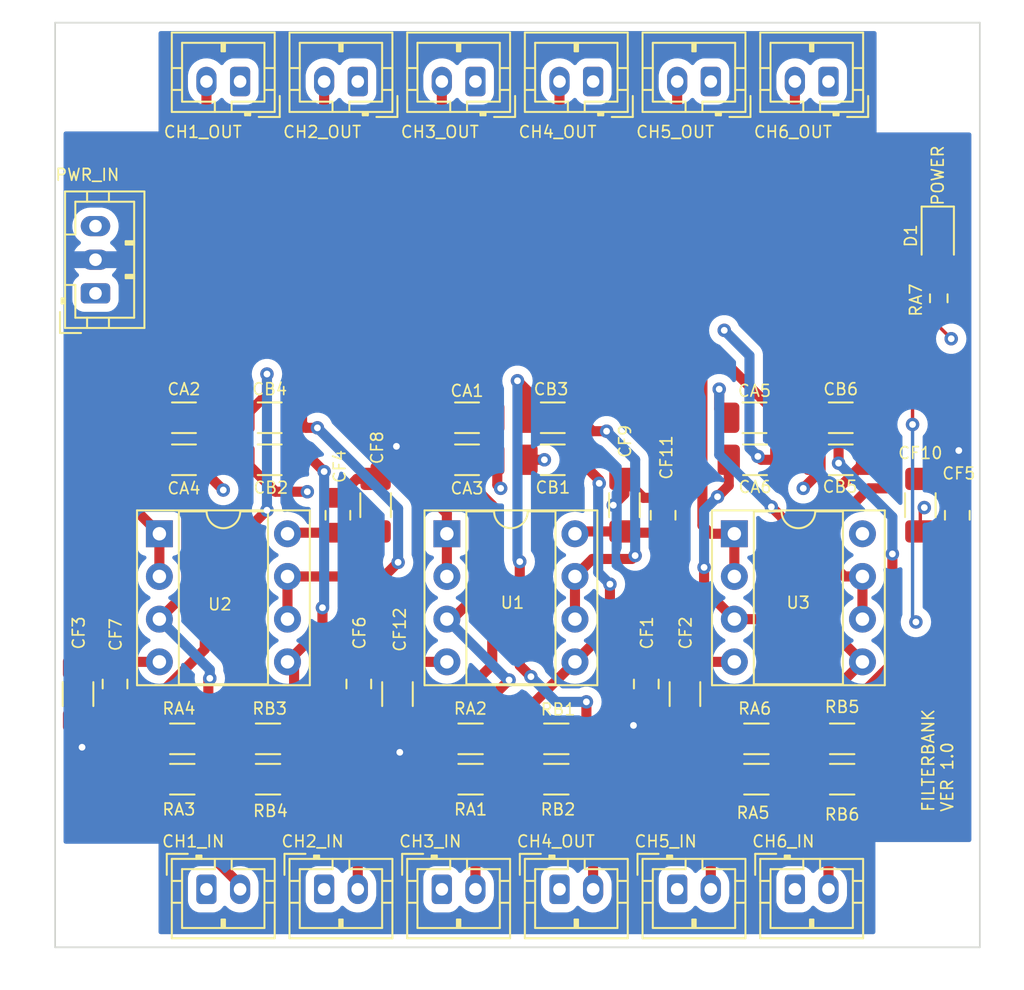
<source format=kicad_pcb>
(kicad_pcb (version 20211014) (generator pcbnew)
  (layers (0 "F.Cu" signal) (1 "In1.Cu" signal) (2 "In2.Cu" signal) (31 "B.Cu" signal) (34 "B.Paste" user) (35 "F.Paste" user) (36 "B.SilkS" user "B.Silkscreen") (37 "F.SilkS" user "F.Silkscreen") (38 "B.Mask" user) (39 "F.Mask" user) (44 "Edge.Cuts" user))
  (net 0 "")
  (net 1 "V-")
  (net 2 "V+")
  (net 3 "Net-(CA1-Pad2)")
  (net 4 "Net-(CA2-Pad2)")
  (net 5 "Net-(CB1-Pad2)")
  (net 6 "Net-(CA3-Pad2)")
  (net 7 "Net-(CA4-Pad2)")
  (net 8 "Net-(CA5-Pad2)")
  (net 9 "Net-(CA6-Pad2)")
  (net 10 "Net-(CB2-Pad2)")
  (net 11 "Net-(D1-Pad2)")
  (net 12 "Net-(CB3-Pad1)")
  (net 13 "Net-(CB4-Pad1)")
  (net 14 "Net-(CB5-Pad2)")
  (net 15 "Net-(CB6-Pad1)")
  (net 16 "PGND")
  (net 17 "CH1GND")
  (net 18 "CH2GND")
  (net 19 "CH3GND")
  (net 20 "CH4GND")
  (net 21 "CH5GND")
  (net 22 "CH6GND")
  (net 23 "CH1IN")
  (net 24 "CH2IN")
  (net 25 "CH3IN")
  (net 26 "CH4IN")
  (net 27 "CH5IN")
  (net 28 "CH6IN")
  (net 29 "CH1OUT")
  (net 30 "CH3OUT")
  (net 31 "CH5OUT")
  (net 32 "CH4OUT")
  (net 33 "CH2OUT")
  (net 34 "CH6OUT")
  (footprint "Resistor_SMD:R_1206_3216Metric_Pad1.30x1.75mm_HandSolder" (layer "F.Cu") (at 144.0625 125.6 180)
    (fp_text reference "RB4")
    (fp_text value "7.5K")
  )
  (footprint "Connector_JST:JST_PH_B3B-PH-K_1x03_P2.00mm_Vertical" (layer "F.Cu") (at 133.8 96.7 90)
    (fp_text reference "J4" hide)
    (fp_text value "Conn_01x03_Male")
  )
  (footprint "Package_DIP:DIP-8_W7.62mm_Socket" (layer "F.Cu") (at 171.8 111)
    (fp_text reference "U3")
    (fp_text value "OPA2134")
  )
  (footprint "Connector_JST:JST_PH_B2B-PH-K_1x02_P2.00mm_Vertical" (layer "F.Cu") (at 142.4 84.1 180)
    (fp_text reference "J2" hide)
    (fp_text value "Conn_01x02_Male")
  )
  (footprint "MountingHole:MountingHole_3.2mm_M3" (layer "F.Cu") (at 183.9 133.1)
    (fp_text reference "H1" hide)
    (fp_text value "MountingHole")
  )
  (footprint "Capacitor_SMD:C_1206_3216Metric_Pad1.33x1.80mm_HandSolder" (layer "F.Cu") (at 132.7625 120.5375 90)
    (fp_text reference "CF3")
    (fp_text value "10u")
  )
  (footprint "Package_DIP:DIP-8_W7.62mm_Socket" (layer "F.Cu") (at 137.6 111)
    (fp_text reference "U2")
    (fp_text value "OPA2134")
  )
  (footprint "Connector_JST:JST_PH_B2B-PH-K_1x02_P2.00mm_Vertical" (layer "F.Cu") (at 154.4 132.15)
    (fp_text reference "J9" hide)
    (fp_text value "Conn_01x02_Male")
  )
  (footprint "Capacitor_SMD:C_0805_2012Metric_Pad1.18x1.45mm_HandSolder" (layer "F.Cu") (at 185.0625 109.9 -90)
    (fp_text reference "CF5")
    (fp_text value "0.1u")
  )
  (footprint "Capacitor_SMD:C_1206_3216Metric_Pad1.33x1.80mm_HandSolder" (layer "F.Cu") (at 150.4625 109.3 -90)
    (fp_text reference "CF8")
    (fp_text value "10u")
  )
  (footprint "Connector_JST:JST_PH_B2B-PH-K_1x02_P2.00mm_Vertical" (layer "F.Cu") (at 163.4 84.1 180)
    (fp_text reference "J7" hide)
    (fp_text value "Conn_01x02_Male")
  )
  (footprint "Capacitor_SMD:C_1206_3216Metric_Pad1.33x1.80mm_HandSolder" (layer "F.Cu") (at 144.1625 104.1)
    (fp_text reference "CB4")
    (fp_text value "470P")
  )
  (footprint "Connector_JST:JST_PH_B2B-PH-K_1x02_P2.00mm_Vertical" (layer "F.Cu") (at 140.4 132.15)
    (fp_text reference "J11" hide)
    (fp_text value "Conn_01x02_Male")
  )
  (footprint "Connector_JST:JST_PH_B2B-PH-K_1x02_P2.00mm_Vertical" (layer "F.Cu") (at 161.4 132.15)
    (fp_text reference "J10" hide)
    (fp_text value "Conn_01x02_Male")
  )
  (footprint "MountingHole:MountingHole_3.2mm_M3" (layer "F.Cu") (at 133.9 133.1)
    (fp_text reference "H3" hide)
    (fp_text value "MountingHole")
  )
  (footprint "Connector_JST:JST_PH_B2B-PH-K_1x02_P2.00mm_Vertical" (layer "F.Cu") (at 170.4 84.1 180)
    (fp_text reference "J6" hide)
    (fp_text value "Conn_01x02_Male")
  )
  (footprint "Connector_JST:JST_PH_B2B-PH-K_1x02_P2.00mm_Vertical" (layer "F.Cu") (at 168.4 132.15)
    (fp_text reference "J13" hide)
    (fp_text value "Conn_01x02_Male")
  )
  (footprint "Resistor_SMD:R_1206_3216Metric_Pad1.30x1.75mm_HandSolder" (layer "F.Cu") (at 156.1125 125.6 180)
    (fp_text reference "RA1")
    (fp_text value "7.5K")
  )
  (footprint "Resistor_SMD:R_1206_3216Metric_Pad1.30x1.75mm_HandSolder" (layer "F.Cu") (at 173.1125 123.2 180)
    (fp_text reference "RA6")
    (fp_text value "130K")
  )
  (footprint "Capacitor_SMD:C_1206_3216Metric_Pad1.33x1.80mm_HandSolder" (layer "F.Cu") (at 155.9 106.6 180)
    (fp_text reference "CA3")
    (fp_text value "47P")
  )
  (footprint "Connector_JST:JST_PH_B2B-PH-K_1x02_P2.00mm_Vertical" (layer "F.Cu") (at 177.4 84.1 180)
    (fp_text reference "J5" hide)
    (fp_text value "Conn_01x02_Male")
  )
  (footprint "Capacitor_SMD:C_1206_3216Metric_Pad1.33x1.80mm_HandSolder" (layer "F.Cu") (at 168.8625 120.5375 90)
    (fp_text reference "CF2")
    (fp_text value "10u")
  )
  (footprint "MountingHole:MountingHole_3.2mm_M3" (layer "F.Cu") (at 183.9 83.1)
    (fp_text reference "H4" hide)
    (fp_text value "MountingHole")
  )
  (footprint "Capacitor_SMD:C_1206_3216Metric_Pad1.33x1.80mm_HandSolder" (layer "F.Cu") (at 173 104.1 180)
    (fp_text reference "CA5")
    (fp_text value "470P")
  )
  (footprint "Resistor_SMD:R_1206_3216Metric_Pad1.30x1.75mm_HandSolder" (layer "F.Cu") (at 161.2125 125.6 180)
    (fp_text reference "RB2")
    (fp_text value "7.5K")
  )
  (footprint "Capacitor_SMD:C_1206_3216Metric_Pad1.33x1.80mm_HandSolder" (layer "F.Cu") (at 178.13 106.6)
    (fp_text reference "CB5")
    (fp_text value "47P")
  )
  (footprint "Capacitor_SMD:C_0805_2012Metric_Pad1.18x1.45mm_HandSolder" (layer "F.Cu") (at 149.4625 119.9375 90)
    (fp_text reference "CF6")
    (fp_text value "0.1u")
  )
  (footprint "Resistor_SMD:R_1206_3216Metric_Pad1.30x1.75mm_HandSolder" (layer "F.Cu") (at 138.9625 123.2)
    (fp_text reference "RA4")
    (fp_text value "130K")
  )
  (footprint "Capacitor_SMD:C_1206_3216Metric_Pad1.33x1.80mm_HandSolder" (layer "F.Cu") (at 161 106.6)
    (fp_text reference "CB1")
    (fp_text value "47P")
  )
  (footprint "Capacitor_SMD:C_1206_3216Metric_Pad1.33x1.80mm_HandSolder" (layer "F.Cu") (at 155.9 104.1 180)
    (fp_text reference "CA1")
    (fp_text value "470P")
  )
  (footprint "Resistor_SMD:R_1206_3216Metric_Pad1.30x1.75mm_HandSolder" (layer "F.Cu") (at 178.2125 125.6 180)
    (fp_text reference "RB6")
    (fp_text value "7.5K")
  )
  (footprint "Capacitor_SMD:C_1206_3216Metric_Pad1.33x1.80mm_HandSolder" (layer "F.Cu") (at 182.8625 109.3 -90)
    (fp_text reference "CF10")
    (fp_text value "10u")
  )
  (footprint "Capacitor_SMD:C_0805_2012Metric_Pad1.18x1.45mm_HandSolder" (layer "F.Cu") (at 167.5625 109.9 -90)
    (fp_text reference "CF11")
    (fp_text value "0.1u")
  )
  (footprint "Capacitor_SMD:C_1206_3216Metric_Pad1.33x1.80mm_HandSolder" (layer "F.Cu") (at 161 104.1)
    (fp_text reference "CB3")
    (fp_text value "470P")
  )
  (footprint "Connector_JST:JST_PH_B2B-PH-K_1x02_P2.00mm_Vertical" (layer "F.Cu") (at 175.4 132.15)
    (fp_text reference "J14" hide)
    (fp_text value "Conn_01x02_Male")
  )
  (footprint "Capacitor_SMD:C_1206_3216Metric_Pad1.33x1.80mm_HandSolder" (layer "F.Cu") (at 139.0625 104.1 180)
    (fp_text reference "CA2")
    (fp_text value "470P")
  )
  (footprint "MountingHole:MountingHole_3.2mm_M3" (layer "F.Cu") (at 133.9 83.1)
    (fp_text reference "H2" hide)
    (fp_text value "MountingHole")
  )
  (footprint "Resistor_SMD:R_1206_3216Metric_Pad1.30x1.75mm_HandSolder" (layer "F.Cu") (at 138.9625 125.6 180)
    (fp_text reference "RA3")
    (fp_text value "7.5K")
  )
  (footprint "Capacitor_SMD:C_1206_3216Metric_Pad1.33x1.80mm_HandSolder" (layer "F.Cu") (at 165.2625 109.3 -90)
    (fp_text reference "CF9")
    (fp_text value "10u")
  )
  (footprint "Resistor_SMD:R_1206_3216Metric_Pad1.30x1.75mm_HandSolder" (layer "F.Cu") (at 156.1125 123.2)
    (fp_text reference "RA2")
    (fp_text value "130K")
  )
  (footprint "Connector_JST:JST_PH_B2B-PH-K_1x02_P2.00mm_Vertical" (layer "F.Cu") (at 156.4 84.1 180)
    (fp_text reference "J8" hide)
    (fp_text value "Conn_01x02_Male")
  )
  (footprint "Resistor_SMD:R_1206_3216Metric_Pad1.30x1.75mm_HandSolder" (layer "F.Cu") (at 161.2125 123.2)
    (fp_text reference "RB1")
    (fp_text value "130K")
  )
  (footprint "Capacitor_SMD:C_1206_3216Metric_Pad1.33x1.80mm_HandSolder" (layer "F.Cu") (at 173.03 106.6 180)
    (fp_text reference "CA6")
    (fp_text value "47P")
  )
  (footprint "Capacitor_SMD:C_0805_2012Metric_Pad1.18x1.45mm_HandSolder" (layer "F.Cu") (at 166.5625 119.9375 90)
    (fp_text reference "CF1")
    (fp_text value "0.1u")
  )
  (footprint "Capacitor_SMD:C_0805_2012Metric_Pad1.18x1.45mm_HandSolder" (layer "F.Cu") (at 148.219156 109.9 -90)
    (fp_text reference "CF4")
    (fp_text value "0.1u")
  )
  (footprint "Capacitor_SMD:C_1206_3216Metric_Pad1.33x1.80mm_HandSolder" (layer "F.Cu") (at 139.0625 106.6 180)
    (fp_text reference "CA4")
    (fp_text value "47P")
  )
  (footprint "Connector_JST:JST_PH_B2B-PH-K_1x02_P2.00mm_Vertical" (layer "F.Cu") (at 147.4 132.15)
    (fp_text reference "J12" hide)
    (fp_text value "Conn_01x02_Male")
  )
  (footprint "Capacitor_SMD:C_1206_3216Metric_Pad1.33x1.80mm_HandSolder" (layer "F.Cu") (at 144.1625 106.6)
    (fp_text reference "CB2")
    (fp_text value "47P")
  )
  (footprint "LED_SMD:LED_0805_2012Metric_Pad1.15x1.40mm_HandSolder" (layer "F.Cu") (at 183.9 93.4 -90)
    (fp_text reference "D1")
    (fp_text value "YELLOW")
  )
  (footprint "Capacitor_SMD:C_1206_3216Metric_Pad1.33x1.80mm_HandSolder" (layer "F.Cu") (at 178.13 104.1)
    (fp_text reference "CB6")
    (fp_text value "470P")
  )
  (footprint "Connector_JST:JST_PH_B2B-PH-K_1x02_P2.00mm_Vertical" (layer "F.Cu") (at 149.4 84.1 180)
    (fp_text reference "J3" hide)
    (fp_text value "Conn_01x02_Male")
  )
  (footprint "Capacitor_SMD:C_0805_2012Metric_Pad1.18x1.45mm_HandSolder" (layer "F.Cu") (at 134.9625 119.9375 90)
    (fp_text reference "CF7")
    (fp_text value "0.1u")
  )
  (footprint "Resistor_SMD:R_1206_3216Metric_Pad1.30x1.75mm_HandSolder" (layer "F.Cu") (at 178.2125 123.2)
    (fp_text reference "RB5")
    (fp_text value "130K")
  )
  (footprint "Capacitor_SMD:C_1206_3216Metric_Pad1.33x1.80mm_HandSolder" (layer "F.Cu") (at 151.7625 120.5375 90)
    (fp_text reference "CF12")
    (fp_text value "10u")
  )
  (footprint "Resistor_SMD:R_1206_3216Metric_Pad1.30x1.75mm_HandSolder" (layer "F.Cu") (at 173.1125 125.6 180)
    (fp_text reference "RA5")
    (fp_text value "7.5K")
  )
  (footprint "Resistor_SMD:R_0603_1608Metric" (layer "F.Cu") (at 183.96 96.995 -90)
    (fp_text reference "RA7")
    (fp_text value "7.5K")
  )
  (footprint "Resistor_SMD:R_1206_3216Metric_Pad1.30x1.75mm_HandSolder" (layer "F.Cu") (at 144.0625 123.2 180)
    (fp_text reference "RB3")
    (fp_text value "130K")
  )
  (footprint "Package_DIP:DIP-8_W7.62mm_Socket" (layer "F.Cu") (at 154.7 111)
    (fp_text reference "U1")
    (fp_text value "OPA2134")
  )
  (gr_line (start 186.4 135.6) (end 186.4 80.6) (layer "Edge.Cuts") (width 0.1))
  (gr_line (start 186.4 80.6) (end 131.4 80.6) (layer "Edge.Cuts") (width 0.1))
  (gr_line (start 131.4 80.6) (end 131.4 135.6) (layer "Edge.Cuts") (width 0.1))
  (gr_line (start 131.4 135.6) (end 186.4 135.6) (layer "Edge.Cuts") (width 0.1))
  (gr_text "CH1_IN\n" (at 137.7 129.3) (layer "F.SilkS") (effects (font (size 0.7 0.7) (thickness 0.1)) (justify left)))
  (gr_text "CH1_OUT\n" (at 137.8 87.1) (layer "F.SilkS") (effects (font (size 0.7 0.7) (thickness 0.1)) (justify left)))
  (gr_text "CH3_OUT\n" (at 151.9 87.1) (layer "F.SilkS") (effects (font (size 0.7 0.7) (thickness 0.1)) (justify left)))
  (gr_text "CH5_OUT\n" (at 165.9 87.1) (layer "F.SilkS") (effects (font (size 0.7 0.7) (thickness 0.1)) (justify left)))
  (gr_text "CH2_IN\n" (at 144.8 129.3) (layer "F.SilkS") (effects (font (size 0.7 0.7) (thickness 0.1)) (justify left)))
  (gr_text "FILTERBANK\nVER 1.0" (at 183.9 127.6 90) (layer "F.SilkS") (effects (font (size 0.7 0.7) (thickness 0.1)) (justify left)))
  (gr_text "CH3_IN\n" (at 151.8 129.3) (layer "F.SilkS") (effects (font (size 0.7 0.7) (thickness 0.1)) (justify left)))
  (gr_text "CH4_OUT\n" (at 158.8 129.3) (layer "F.SilkS") (effects (font (size 0.7 0.7) (thickness 0.1)) (justify left)))
  (gr_text "CH6_OUT\n" (at 172.9 87.1) (layer "F.SilkS") (effects (font (size 0.7 0.7) (thickness 0.1)) (justify left)))
  (gr_text "CH6_IN\n" (at 172.8 129.3) (layer "F.SilkS") (effects (font (size 0.7 0.7) (thickness 0.1)) (justify left)))
  (gr_text "CH5_IN\n" (at 165.8 129.3) (layer "F.SilkS") (effects (font (size 0.7 0.7) (thickness 0.1)) (justify left)))
  (gr_text "CH4_OUT\n" (at 158.9 87.1) (layer "F.SilkS") (effects (font (size 0.7 0.7) (thickness 0.1)) (justify left)))
  (gr_text "POWER" (at 183.9 91.54 90) (layer "F.SilkS") (effects (font (size 0.7 0.7) (thickness 0.1)) (justify left)))
  (gr_text "PWR_IN" (at 131.35 89.65) (layer "F.SilkS") (effects (font (size 0.7 0.7) (thickness 0.1)) (justify left)))
  (gr_text "CH2_OUT\n" (at 144.9 87.1) (layer "F.SilkS") (effects (font (size 0.7 0.7) (thickness 0.1)) (justify left)))
  (segment (start 183.9 92.375) (end 183.9 92.7) (width 0.2) (layer "F.Cu") (net 1))
  (segment (start 137.6 118.62) (end 135.2425 118.62) (width 0.6) (layer "F.Cu") (net 1))
  (segment (start 171.8 118.62) (end 169.2175 118.62) (width 0.6) (layer "F.Cu") (net 1))
  (segment (start 183.9 92.7) (end 182.4 94.2) (width 0.2) (layer "F.Cu") (net 1))
  (segment (start 168.8625 118.975) (end 166.6375 118.975) (width 0.6) (layer "F.Cu") (net 1))
  (segment (start 154.7 118.62) (end 152.1175 118.62) (width 0.6) (layer "F.Cu") (net 1))
  (segment (start 134.9625 118.9) (end 132.8375 118.9) (width 0.6) (layer "F.Cu") (net 1))
  (segment (start 182.4 94.2) (end 182.4 104.5) (width 0.2) (layer "F.Cu") (net 1))
  (segment (start 151.7625 118.975) (end 149.5375 118.975) (width 0.6) (layer "F.Cu") (net 1))
  (via (at 182.4 104.5) (size 0.8) (drill 0.4) (layers "F.Cu" "B.Cu") (net 1))
  (via (at 182.6 116.25) (size 0.8) (drill 0.4) (layers "F.Cu" "B.Cu") (net 1))
  (segment (start 182.4 116.05) (end 182.6 116.25) (width 0.2) (layer "B.Cu") (net 1))
  (segment (start 182.4 104.5) (end 182.4 116.05) (width 0.2) (layer "B.Cu") (net 1))
  (segment (start 167.5625 110.9375) (end 165.3375 110.9375) (width 0.6) (layer "F.Cu") (net 2))
  (segment (start 183.96 98.66) (end 184.7 99.4) (width 0.2) (layer "F.Cu") (net 2))
  (segment (start 185.0625 110.9375) (end 182.9375 110.9375) (width 0.2) (layer "F.Cu") (net 2))
  (segment (start 150.4625 110.8625) (end 148.294156 110.8625) (width 0.6) (layer "F.Cu") (net 2))
  (segment (start 165.2625 110.8625) (end 162.4575 110.8625) (width 0.6) (layer "F.Cu") (net 2))
  (segment (start 182.8625 110.8625) (end 182.8625 109.679393) (width 0.2) (layer "F.Cu") (net 2))
  (segment (start 183.96 97.82) (end 183.96 98.66) (width 0.2) (layer "F.Cu") (net 2))
  (segment (start 182.8625 109.679393) (end 183.0995 109.442393) (width 0.2) (layer "F.Cu") (net 2))
  (segment (start 148.219156 110.9375) (end 145.2825 110.9375) (width 0.6) (layer "F.Cu") (net 2))
  (via (at 184.7 99.4) (size 0.8) (drill 0.4) (layers "F.Cu" "B.Cu") (net 2))
  (via (at 183.0995 109.442393) (size 0.8) (drill 0.4) (layers "F.Cu" "B.Cu") (net 2))
  (segment (start 154.5625 121.6375) (end 157.4 118.8) (width 0.6) (layer "F.Cu") (net 3))
  (segment (start 157.4 118.8) (end 157.4 109.3) (width 0.6) (layer "F.Cu") (net 3))
  (segment (start 154.5625 123.2) (end 154.5625 121.6375) (width 0.6) (layer "F.Cu") (net 3))
  (segment (start 154.5625 125.6) (end 154.5625 123.2) (width 0.6) (layer "F.Cu") (net 3))
  (segment (start 157.4 109.3) (end 155.7 107.6) (width 0.6) (layer "F.Cu") (net 3))
  (segment (start 155.7 107.6) (end 155.7 105.4625) (width 0.6) (layer "F.Cu") (net 3))
  (segment (start 155.7 105.4625) (end 154.3375 104.1) (width 0.6) (layer "F.Cu") (net 3))
  (segment (start 137.4125 120.756834) (end 140.3 117.869334) (width 0.6) (layer "F.Cu") (net 4))
  (segment (start 139.1 104.6) (end 138.6 104.1) (width 0.6) (layer "F.Cu") (net 4))
  (segment (start 137.4125 123.2) (end 137.4125 120.756834) (width 0.6) (layer "F.Cu") (net 4))
  (segment (start 139.1 107.9) (end 139.1 104.6) (width 0.6) (layer "F.Cu") (net 4))
  (segment (start 138.6 104.1) (end 137.5 104.1) (width 0.6) (layer "F.Cu") (net 4))
  (segment (start 140.3 117.869334) (end 140.3 109.1) (width 0.6) (layer "F.Cu") (net 4))
  (segment (start 140.3 109.1) (end 139.1 107.9) (width 0.6) (layer "F.Cu") (net 4))
  (segment (start 137.4125 125.6) (end 137.4125 123.2) (width 0.6) (layer "F.Cu") (net 4))
  (segment (start 159.6625 121.2775) (end 162.32 118.62) (width 0.6) (layer "F.Cu") (net 5))
  (segment (start 163.763 107.8005) (end 162.5625 106.6) (width 0.6) (layer "F.Cu") (net 5))
  (segment (start 164.34 116.6) (end 164.4 116.6) (width 0.6) (layer "F.Cu") (net 5))
  (segment (start 163.763 108) (end 163.763 107.8005) (width 0.6) (layer "F.Cu") (net 5))
  (segment (start 159.6625 123.2) (end 159.6625 121.2775) (width 0.6) (layer "F.Cu") (net 5))
  (segment (start 164.4 116.6) (end 164.4 114) (width 0.6) (layer "F.Cu") (net 5))
  (segment (start 162.32 118.62) (end 164.34 116.6) (width 0.6) (layer "F.Cu") (net 5))
  (via (at 164.4 114) (size 0.8) (drill 0.4) (layers "F.Cu" "B.Cu") (net 5))
  (via (at 163.763 108) (size 0.8) (drill 0.4) (layers "F.Cu" "B.Cu") (net 5))
  (segment (start 163.7005 113.3005) (end 163.7005 108.0625) (width 0.6) (layer "B.Cu") (net 5))
  (segment (start 164.4 114) (end 163.7005 113.3005) (width 0.6) (layer "B.Cu") (net 5))
  (segment (start 163.7005 108.0625) (end 163.763 108) (width 0.6) (layer "B.Cu") (net 5))
  (segment (start 157.6625 120.4375) (end 158.4 119.7) (width 0.6) (layer "F.Cu") (net 6))
  (segment (start 154.3375 107.7375) (end 154.3375 106.6) (width 0.6) (layer "F.Cu") (net 6))
  (segment (start 156.3 109.7) (end 154.3375 107.7375) (width 0.6) (layer "F.Cu") (net 6))
  (segment (start 156.3 114.8) (end 156.3 109.7) (width 0.6) (layer "F.Cu") (net 6))
  (segment (start 155.02 116.08) (end 156.3 114.8) (width 0.6) (layer "F.Cu") (net 6))
  (segment (start 154.7 116.08) (end 155.02 116.08) (width 0.6) (layer "F.Cu") (net 6))
  (segment (start 157.6625 123.2) (end 157.6625 120.4375) (width 0.6) (layer "F.Cu") (net 6))
  (via (at 158.4 119.7) (size 0.8) (drill 0.4) (layers "F.Cu" "B.Cu") (net 6))
  (segment (start 158.32 119.7) (end 158.4 119.7) (width 0.6) (layer "B.Cu") (net 6))
  (segment (start 154.7 116.08) (end 158.32 119.7) (width 0.6) (layer "B.Cu") (net 6))
  (segment (start 137.8 108.7) (end 137.5 108.4) (width 0.6) (layer "F.Cu") (net 7))
  (segment (start 137.6 116.08) (end 139.2 114.48) (width 0.6) (layer "F.Cu") (net 7))
  (segment (start 139.2 109.5) (end 138.4 108.7) (width 0.6) (layer "F.Cu") (net 7))
  (segment (start 137.5 108.4) (end 137.5 106.6) (width 0.6) (layer "F.Cu") (net 7))
  (segment (start 140.5125 123.2) (end 140.5125 119.6875) (width 0.6) (layer "F.Cu") (net 7))
  (segment (start 138.4 108.7) (end 137.8 108.7) (width 0.6) (layer "F.Cu") (net 7))
  (segment (start 139.2 114.48) (end 139.2 109.5) (width 0.6) (layer "F.Cu") (net 7))
  (segment (start 140.5125 119.6875) (end 140.6 119.6) (width 0.6) (layer "F.Cu") (net 7))
  (via (at 140.6 119.6) (size 0.8) (drill 0.4) (layers "F.Cu" "B.Cu") (net 7))
  (segment (start 137.6 116.08) (end 140.6 119.08) (width 0.6) (layer "B.Cu") (net 7))
  (segment (start 140.6 119.08) (end 140.6 119.6) (width 0.6) (layer "B.Cu") (net 7))
  (segment (start 171.5625 125.6) (end 172.2625 125.6) (width 0.6) (layer "F.Cu") (net 8))
  (segment (start 174.6625 110.0625) (end 174 109.4) (width 0.6) (layer "F.Cu") (net 8))
  (segment (start 174.6625 123.2) (end 174.6625 110.0625) (width 0.6) (layer "F.Cu") (net 8))
  (segment (start 170.9 102.4) (end 170.9 103.5625) (width 0.6) (layer "F.Cu") (net 8))
  (segment (start 172.2625 125.6) (end 174.6625 123.2) (width 0.6) (layer "F.Cu") (net 8))
  (segment (start 170.9 103.5625) (end 171.4375 104.1) (width 0.6) (layer "F.Cu") (net 8))
  (via (at 170.9 102.4) (size 0.8) (drill 0.4) (layers "F.Cu" "B.Cu") (net 8))
  (via (at 174 109.4) (size 0.8) (drill 0.4) (layers "F.Cu" "B.Cu") (net 8))
  (segment (start 174 109.4) (end 170.9 106.3) (width 0.6) (layer "B.Cu") (net 8))
  (segment (start 170.9 106.3) (end 170.9 102.4) (width 0.6) (layer "B.Cu") (net 8))
  (segment (start 171.4675 108.1325) (end 170.8 108.8) (width 0.6) (layer "F.Cu") (net 9))
  (segment (start 171.5625 122.9375) (end 173.7 120.8) (width 0.6) (layer "F.Cu") (net 9))
  (segment (start 170 113) (end 170 114.28) (width 0.6) (layer "F.Cu") (net 9))
  (segment (start 173.18 116.08) (end 171.8 116.08) (width 0.6) (layer "F.Cu") (net 9))
  (segment (start 170 114.28) (end 171.8 116.08) (width 0.6) (layer "F.Cu") (net 9))
  (segment (start 173.7 116.6) (end 173.18 116.08) (width 0.6) (layer "F.Cu") (net 9))
  (segment (start 173.7 120.8) (end 173.7 116.6) (width 0.6) (layer "F.Cu") (net 9))
  (segment (start 171.4675 106.6) (end 171.4675 108.1325) (width 0.6) (layer "F.Cu") (net 9))
  (via (at 170.8 108.8) (size 0.8) (drill 0.4) (layers "F.Cu" "B.Cu") (net 9))
  (via (at 170 113) (size 0.8) (drill 0.4) (layers "F.Cu" "B.Cu") (net 9))
  (segment (start 170.8 108.8) (end 170 109.6) (width 0.6) (layer "B.Cu") (net 9))
  (segment (start 170 109.6) (end 170 113) (width 0.6) (layer "B.Cu") (net 9))
  (segment (start 147.3 116.54) (end 145.22 118.62) (width 0.6) (layer "F.Cu") (net 10))
  (segment (start 145.6125 123.2) (end 145.6125 119.0125) (width 0.6) (layer "F.Cu") (net 10))
  (segment (start 145.725 106.6) (end 146.7 106.6) (width 0.6) (layer "F.Cu") (net 10))
  (segment (start 147.3 115.4) (end 147.3 116.54) (width 0.6) (layer "F.Cu") (net 10))
  (segment (start 145.6125 119.0125) (end 145.22 118.62) (width 0.6) (layer "F.Cu") (net 10))
  (segment (start 146.7 106.6) (end 147.4 107.3) (width 0.6) (layer "F.Cu") (net 10))
  (via (at 147.3 115.4) (size 0.8) (drill 0.4) (layers "F.Cu" "B.Cu") (net 10))
  (via (at 147.4 107.3) (size 0.8) (drill 0.4) (layers "F.Cu" "B.Cu") (net 10))
  (segment (start 147.4 115.3) (end 147.3 115.4) (width 0.6) (layer "B.Cu") (net 10))
  (segment (start 147.4 107.3) (end 147.4 115.3) (width 0.6) (layer "B.Cu") (net 10))
  (segment (start 183.9 94.6875) (end 183.9 96.11) (width 0.25) (layer "F.Cu") (net 11))
  (segment (start 159.4375 104.1) (end 159.4375 102.4375) (width 0.6) (layer "F.Cu") (net 12))
  (segment (start 159.036536 118.836536) (end 159.036536 112.658004) (width 0.6) (layer "F.Cu") (net 12))
  (segment (start 163 121) (end 163 122.9625) (width 0.6) (layer "F.Cu") (net 12))
  (segment (start 162.7625 125.6) (end 162.7625 123.2) (width 0.6) (layer "F.Cu") (net 12))
  (segment (start 159.7 119.5) (end 159.036536 118.836536) (width 0.6) (layer "F.Cu") (net 12))
  (segment (start 159.4375 102.4375) (end 158.9 101.9) (width 0.6) (layer "F.Cu") (net 12))
  (via (at 159.036536 112.658004) (size 0.8) (drill 0.4) (layers "F.Cu" "B.Cu") (net 12))
  (via (at 158.9 101.9) (size 0.8) (drill 0.4) (layers "F.Cu" "B.Cu") (net 12))
  (via (at 163 121) (size 0.8) (drill 0.4) (layers "F.Cu" "B.Cu") (net 12))
  (via (at 159.7 119.5) (size 0.8) (drill 0.4) (layers "F.Cu" "B.Cu") (net 12))
  (segment (start 159.7 119.5) (end 161.2 121) (width 0.6) (layer "B.Cu") (net 12))
  (segment (start 158.9 112.521468) (end 159.036536 112.658004) (width 0.6) (layer "B.Cu") (net 12))
  (segment (start 161.2 121) (end 163 121) (width 0.6) (layer "B.Cu") (net 12))
  (segment (start 158.9 101.9) (end 158.9 112.521468) (width 0.6) (layer "B.Cu") (net 12))
  (segment (start 142.5125 111.0875) (end 144 109.6) (width 0.6) (layer "F.Cu") (net 13))
  (segment (start 144 102.7) (end 142.6 104.1) (width 0.6) (layer "F.Cu") (net 13))
  (segment (start 142.5125 123.2) (end 143.2125 123.2) (width 0.6) (layer "F.Cu") (net 13))
  (segment (start 143.2125 123.2) (end 145.6125 125.6) (width 0.6) (layer "F.Cu") (net 13))
  (segment (start 144 101.5) (end 144 102.7) (width 0.6) (layer "F.Cu") (net 13))
  (segment (start 142.5125 123.2) (end 142.5125 111.0875) (width 0.6) (layer "F.Cu") (net 13))
  (via (at 144 101.5) (size 0.8) (drill 0.4) (layers "F.Cu" "B.Cu") (net 13))
  (via (at 144 109.6) (size 0.8) (drill 0.4) (layers "F.Cu" "B.Cu") (net 13))
  (segment (start 144 109.6) (end 144 101.5) (width 0.6) (layer "B.Cu") (net 13))
  (segment (start 179.42 118.62) (end 176.900499 116.100499) (width 0.6) (layer "F.Cu") (net 14))
  (segment (start 176.6625 123.2) (end 176.6625 121.3775) (width 0.6) (layer "F.Cu") (net 14))
  (segment (start 176.900499 109.392001) (end 179.6925 106.6) (width 0.6) (layer "F.Cu") (net 14))
  (segment (start 176.6625 121.3775) (end 179.42 118.62) (width 0.6) (layer "F.Cu") (net 14))
  (segment (start 176.900499 116.100499) (end 176.900499 109.392001) (width 0.6) (layer "F.Cu") (net 14))
  (segment (start 179.7625 120.1375) (end 181.2 118.7) (width 0.6) (layer "F.Cu") (net 15))
  (segment (start 178 105.5325) (end 176.5675 104.1) (width 0.6) (layer "F.Cu") (net 15))
  (segment (start 179.7625 123.2) (end 179.7625 120.1375) (width 0.6) (layer "F.Cu") (net 15))
  (segment (start 181.2 118.7) (end 181.2 112.2) (width 0.6) (layer "F.Cu") (net 15))
  (segment (start 179.7625 125.6) (end 179.7625 123.2) (width 0.6) (layer "F.Cu") (net 15))
  (segment (start 178 106.8) (end 178 105.5325) (width 0.6) (layer "F.Cu") (net 15))
  (via (at 178 106.8) (size 0.8) (drill 0.4) (layers "F.Cu" "B.Cu") (net 15))
  (via (at 181.2 112.2) (size 0.8) (drill 0.4) (layers "F.Cu" "B.Cu") (net 15))
  (segment (start 181.2 110) (end 178 106.8) (width 0.6) (layer "B.Cu") (net 15))
  (segment (start 181.2 112.2) (end 181.2 110) (width 0.6) (layer "B.Cu") (net 15))
  (segment (start 151.7625 123.8625) (end 151.9 124) (width 0.6) (layer "F.Cu") (net 16))
  (segment (start 132.7625 122.1) (end 133.8375 122.1) (width 0.6) (layer "F.Cu") (net 16))
  (segment (start 183.9375 107.7375) (end 185.0625 108.8625) (width 0.6) (layer "F.Cu") (net 16))
  (segment (start 149.344156 107.7375) (end 148.219156 108.8625) (width 0.6) (layer "F.Cu") (net 16))
  (segment (start 166.3875 108.8625) (end 165.2625 107.7375) (width 0.6) (layer "F.Cu") (net 16))
  (segment (start 165.2625 107.7375) (end 165.2625 108.6375) (width 0.6) (layer "F.Cu") (net 16))
  (segment (start 133.8375 122.1) (end 134.9625 120.975) (width 0.6) (layer "F.Cu") (net 16))
  (segment (start 166.5625 121.6375) (end 165.8 122.4) (width 0.6) (layer "F.Cu") (net 16))
  (segment (start 185.0625 106.1375) (end 185.15 106.05) (width 0.6) (layer "F.Cu") (net 16))
  (segment (start 182.8625 107.7375) (end 183.9375 107.7375) (width 0.6) (layer "F.Cu") (net 16))
  (segment (start 132.7625 122.1) (end 132.7625 123.4625) (width 0.6) (layer "F.Cu") (net 16))
  (segment (start 132.7625 123.4625) (end 133 123.7) (width 0.6) (layer "F.Cu") (net 16))
  (segment (start 167.5625 108.8625) (end 166.3875 108.8625) (width 0.6) (layer "F.Cu") (net 16))
  (segment (start 166.5625 120.975) (end 166.5625 121.6375) (width 0.6) (layer "F.Cu") (net 16))
  (segment (start 150.4625 107.0375) (end 151.7 105.8) (width 0.6) (layer "F.Cu") (net 16))
  (segment (start 150.4625 107.7375) (end 149.344156 107.7375) (width 0.6) (layer "F.Cu") (net 16))
  (segment (start 167.7375 120.975) (end 168.8625 122.1) (width 0.6) (layer "F.Cu") (net 16))
  (segment (start 151.7625 122.1) (end 151.7625 123.8625) (width 0.6) (layer "F.Cu") (net 16))
  (segment (start 150.4625 107.7375) (end 150.4625 107.0375) (width 0.6) (layer "F.Cu") (net 16))
  (segment (start 166.5625 120.975) (end 167.7375 120.975) (width 0.6) (layer "F.Cu") (net 16))
  (segment (start 149.4625 120.975) (end 150.6375 120.975) (width 0.6) (layer "F.Cu") (net 16))
  (segment (start 150.6375 120.975) (end 151.7625 122.1) (width 0.6) (layer "F.Cu") (net 16))
  (segment (start 185.0625 108.8625) (end 185.0625 106.1375) (width 0.6) (layer "F.Cu") (net 16))
  (segment (start 165.2625 108.6375) (end 164.6 109.3) (width 0.6) (layer "F.Cu") (net 16))
  (via (at 151.9 124) (size 0.8) (drill 0.4) (layers "F.Cu" "B.Cu") (net 16))
  (via (at 164.6 109.3) (size 0.8) (drill 0.4) (layers "F.Cu" "B.Cu") (net 16))
  (via (at 151.7 105.8) (size 0.8) (drill 0.4) (layers "F.Cu" "B.Cu") (net 16))
  (via (at 185.15 106.05) (size 0.8) (drill 0.4) (layers "F.Cu" "B.Cu") (net 16))
  (via (at 133 123.7) (size 0.8) (drill 0.4) (layers "F.Cu" "B.Cu") (net 16))
  (via (at 165.8 122.4) (size 0.8) (drill 0.4) (layers "F.Cu" "B.Cu") (net 16))
  (segment (start 140.625 107.625) (end 141.4 108.4) (width 0.6) (layer "F.Cu") (net 17))
  (segment (start 140.625 106.6) (end 140.625 107.625) (width 0.6) (layer "F.Cu") (net 17))
  (via (at 141.4 108.4) (size 0.8) (drill 0.4) (layers "F.Cu" "B.Cu") (net 17))
  (segment (start 145.4 108.5) (end 146.4 108.5) (width 0.6) (layer "F.Cu") (net 18))
  (segment (start 144.5 108.5) (end 145.4 108.5) (width 0.6) (layer "F.Cu") (net 18))
  (segment (start 142.6 106.6) (end 144.5 108.5) (width 0.6) (layer "F.Cu") (net 18))
  (via (at 146.4 108.5) (size 0.8) (drill 0.4) (layers "F.Cu" "B.Cu") (net 18))
  (segment (start 157.7 106.8375) (end 157.7 108.1) (width 0.6) (layer "F.Cu") (net 19))
  (segment (start 157.7 108.1) (end 157.9 108.3) (width 0.6) (layer "F.Cu") (net 19))
  (via (at 157.9 108.3) (size 0.8) (drill 0.4) (layers "F.Cu" "B.Cu") (net 19))
  (segment (start 159.4375 106.6) (end 160.5005 106.6) (width 0.6) (layer "F.Cu") (net 20))
  (via (at 160.5005 106.6) (size 0.8) (drill 0.4) (layers "F.Cu" "B.Cu") (net 20))
  (segment (start 173.4 106.6) (end 173.2 106.4) (width 0.6) (layer "F.Cu") (net 21))
  (segment (start 174.5925 106.6) (end 173.4 106.6) (width 0.6) (layer "F.Cu") (net 21))
  (via (at 171.2 98.9) (size 0.8) (drill 0.4) (layers "F.Cu" "B.Cu") (net 21))
  (via (at 173.2 106.4) (size 0.8) (drill 0.4) (layers "F.Cu" "B.Cu") (net 21))
  (segment (start 173.2 106.4) (end 172.7 105.9) (width 0.6) (layer "B.Cu") (net 21))
  (segment (start 172.7 105.9) (end 172.7 100.4) (width 0.6) (layer "B.Cu") (net 21))
  (segment (start 172.7 100.4) (end 171.2 98.9) (width 0.6) (layer "B.Cu") (net 21))
  (segment (start 176.5675 107.6325) (end 175.9 108.3) (width 0.6) (layer "F.Cu") (net 22))
  (segment (start 176.5675 106.6) (end 176.5675 107.6325) (width 0.6) (layer "F.Cu") (net 22))
  (via (at 175.9 108.3) (size 0.8) (drill 0.4) (layers "F.Cu" "B.Cu") (net 22))
  (segment (start 142.4 131.875) (end 140.5125 129.9875) (width 0.6) (layer "F.Cu") (net 23))
  (segment (start 140.5125 129.9875) (end 140.5125 125.6) (width 0.6) (layer "F.Cu") (net 23))
  (segment (start 142.5125 125.6) (end 142.5125 126.9125) (width 0.6) (layer "F.Cu") (net 24))
  (segment (start 142.5125 126.9125) (end 143.7 128.1) (width 0.6) (layer "F.Cu") (net 24))
  (segment (start 147.3 128.1) (end 149.4 130.2) (width 0.6) (layer "F.Cu") (net 24))
  (segment (start 149.4 130.2) (end 149.4 132.15) (width 0.6) (layer "F.Cu") (net 24))
  (segment (start 143.7 128.1) (end 147.3 128.1) (width 0.6) (layer "F.Cu") (net 24))
  (segment (start 157.6625 125.6) (end 156.4 126.8625) (width 0.6) (layer "F.Cu") (net 25))
  (segment (start 156.4 126.8625) (end 156.4 132.15) (width 0.6) (layer "F.Cu") (net 25))
  (segment (start 163.4 129.2) (end 163.4 132.15) (width 0.6) (layer "F.Cu") (net 26))
  (segment (start 159.8 125.6) (end 163.4 129.2) (width 0.6) (layer "F.Cu") (net 26))
  (segment (start 170.4 129.6) (end 172.3 127.7) (width 0.6) (layer "F.Cu") (net 27))
  (segment (start 170.4 132.15) (end 170.4 129.6) (width 0.6) (layer "F.Cu") (net 27))
  (segment (start 172.3 127.7) (end 173.8 127.7) (width 0.6) (layer "F.Cu") (net 27))
  (segment (start 173.8 127.7) (end 174.6625 126.8375) (width 0.6) (layer "F.Cu") (net 27))
  (segment (start 174.6625 126.8375) (end 174.6625 125.6) (width 0.6) (layer "F.Cu") (net 27))
  (segment (start 176.6625 129.3625) (end 177.4 130.1) (width 0.6) (layer "F.Cu") (net 28))
  (segment (start 177.4 130.1) (end 177.4 132.15) (width 0.6) (layer "F.Cu") (net 28))
  (segment (start 176.6625 125.6) (end 176.6625 129.3625) (width 0.6) (layer "F.Cu") (net 28))
  (segment (start 140.4 100) (end 140.4 103.875) (width 0.6) (layer "F.Cu") (net 29))
  (segment (start 137.6 100) (end 140.4 100) (width 0.6) (layer "F.Cu") (net 29))
  (segment (start 140.4 84.1) (end 140.4 100) (width 0.6) (layer "F.Cu") (net 29))
  (segment (start 137.6 111) (end 135.5 108.9) (width 0.6) (layer "F.Cu") (net 29))
  (segment (start 135.5 102.1) (end 137.6 100) (width 0.6) (layer "F.Cu") (net 29))
  (segment (start 137.6 111) (end 137.6 113.54) (width 0.6) (layer "F.Cu") (net 29))
  (segment (start 135.5 108.9) (end 135.5 102.1) (width 0.6) (layer "F.Cu") (net 29))
  (segment (start 154.7 111) (end 154.7 113.54) (width 0.6) (layer "F.Cu") (net 30))
  (segment (start 152.9 102.5375) (end 154.4 101.0375) (width 0.6) (layer "F.Cu") (net 30))
  (segment (start 154.4 101.0375) (end 157.4625 104.1) (width 0.6) (layer "F.Cu") (net 30))
  (segment (start 154.7 111) (end 154.7 109.8) (width 0.6) (layer "F.Cu") (net 30))
  (segment (start 154.7 109.8) (end 152.9 108) (width 0.6) (layer "F.Cu") (net 30))
  (segment (start 152.9 108) (end 152.9 102.5375) (width 0.6) (layer "F.Cu") (net 30))
  (segment (start 154.4 84.1) (end 154.4 101.0375) (width 0.6) (layer "F.Cu") (net 30))
  (segment (start 168.4 84.1) (end 168.4 97.9375) (width 0.6) (layer "F.Cu") (net 31))
  (segment (start 168.4 97.9375) (end 170.88125 100.41875) (width 0.6) (layer "F.Cu") (net 31))
  (segment (start 169.9 101.4) (end 170.88125 100.41875) (width 0.6) (layer "F.Cu") (net 31))
  (segment (start 169.9 110.5) (end 169.9 101.4) (width 0.6) (layer "F.Cu") (net 31))
  (segment (start 170.88125 100.41875) (end 174.5625 104.1) (width 0.6) (layer "F.Cu") (net 31))
  (segment (start 171.8 111) (end 171.8 113.54) (width 0.6) (layer "F.Cu") (net 31))
  (segment (start 171.8 111) (end 170.4 111) (width 0.6) (layer "F.Cu") (net 31))
  (segment (start 170.4 111) (end 169.9 110.5) (width 0.6) (layer "F.Cu") (net 31))
  (segment (start 163.36 112.5) (end 163.7 112.5) (width 0.6) (layer "F.Cu") (net 32))
  (segment (start 162.32 113.54) (end 163.36 112.5) (width 0.6) (layer "F.Cu") (net 32))
  (segment (start 165.7 112.5) (end 165.9 112.3) (width 0.6) (layer "F.Cu") (net 32))
  (segment (start 164.2 104.9) (end 163.3625 104.9) (width 0.6) (layer "F.Cu") (net 32))
  (segment (start 161.4 84.1) (end 161.4 102.9375) (width 0.6) (layer "F.Cu") (net 32))
  (segment (start 163.7 112.5) (end 165.7 112.5) (width 0.6) (layer "F.Cu") (net 32))
  (segment (start 161.4 102.9375) (end 162.5625 104.1) (width 0.6) (layer "F.Cu") (net 32))
  (segment (start 163.3625 104.9) (end 162.5625 104.1) (width 0.6) (layer "F.Cu") (net 32))
  (segment (start 162.32 113.54) (end 162.32 116.08) (width 0.6) (layer "F.Cu") (net 32))
  (via (at 165.9 112.3) (size 0.8) (drill 0.4) (layers "F.Cu" "B.Cu") (net 32))
  (via (at 164.2 104.9) (size 0.8) (drill 0.4) (layers "F.Cu" "B.Cu") (net 32))
  (segment (start 165.9 112.3) (end 165.9 106.6) (width 0.6) (layer "B.Cu") (net 32))
  (segment (start 165.9 106.6) (end 164.2 104.9) (width 0.6) (layer "B.Cu") (net 32))
  (segment (start 147 104.7) (end 146.325 104.7) (width 0.6) (layer "F.Cu") (net 33))
  (segment (start 145.22 113.54) (end 145.22 116.08) (width 0.6) (layer "F.Cu") (net 33))
  (segment (start 150.96 113.54) (end 151.8 112.7) (width 0.6) (layer "F.Cu") (net 33))
  (segment (start 146.325 104.7) (end 145.725 104.1) (width 0.6) (layer "F.Cu") (net 33))
  (segment (start 147.4 84.1) (end 147.4 102.425) (width 0.6) (layer "F.Cu") (net 33))
  (segment (start 145.22 113.54) (end 150.96 113.54) (width 0.6) (layer "F.Cu") (net 33))
  (segment (start 147.4 102.425) (end 145.725 104.1) (width 0.6) (layer "F.Cu") (net 33))
  (via (at 147 104.7) (size 0.8) (drill 0.4) (layers "F.Cu" "B.Cu") (net 33))
  (via (at 151.8 112.7) (size 0.8) (drill 0.4) (layers "F.Cu" "B.Cu") (net 33))
  (segment (start 151.8 112.7) (end 151.8 109.5) (width 0.6) (layer "B.Cu") (net 33))
  (segment (start 151.8 109.5) (end 147 104.7) (width 0.6) (layer "B.Cu") (net 33))
  (segment (start 181.2 105.6075) (end 181.2 108.3) (width 0.6) (layer "F.Cu") (net 34))
  (segment (start 179.42 113.54) (end 179.42 116.08) (width 0.6) (layer "F.Cu") (net 34))
  (segment (start 178.34 113.54) (end 179.42 113.54) (width 0.6) (layer "F.Cu") (net 34))
  (segment (start 179.6925 104.1) (end 181.2 105.6075) (width 0.6) (layer "F.Cu") (net 34))
  (segment (start 179.8 108.3) (end 177.7 110.4) (width 0.6) (layer "F.Cu") (net 34))
  (segment (start 177.7 110.4) (end 177.7 112.9) (width 0.6) (layer "F.Cu") (net 34))
  (segment (start 175.4 84.1) (end 175.4 99.8075) (width 0.6) (layer "F.Cu") (net 34))
  (segment (start 177.7 112.9) (end 178.34 113.54) (width 0.6) (layer "F.Cu") (net 34))
  (segment (start 181.2 108.3) (end 179.8 108.3) (width 0.6) (layer "F.Cu") (net 34))
  (segment (start 175.4 99.8075) (end 179.6925 104.1) (width 0.6) (layer "F.Cu") (net 34))
  (zone (net 16) (net_name "PGND") (layer "B.Cu") (priority 1) (connect_pads (clearance 0.5)) (min_thickness 0.254) (fill yes (thermal_gap 0.508) (thermal_bridge_width 1))
    (polygon (pts (xy 180.26 87.13) (xy 187.25 87.13) (xy 187.25 129.34) (xy 180.19 129.34) (xy 180.19 134.82) (xy 137.55 134.82) (xy 137.55 129.44) (xy 130.9 129.44) (xy 130.9 87.07) (xy 137.55 87.07) (xy 137.55 79.34) (xy 180.26 79.34)))
  )
)
</source>
